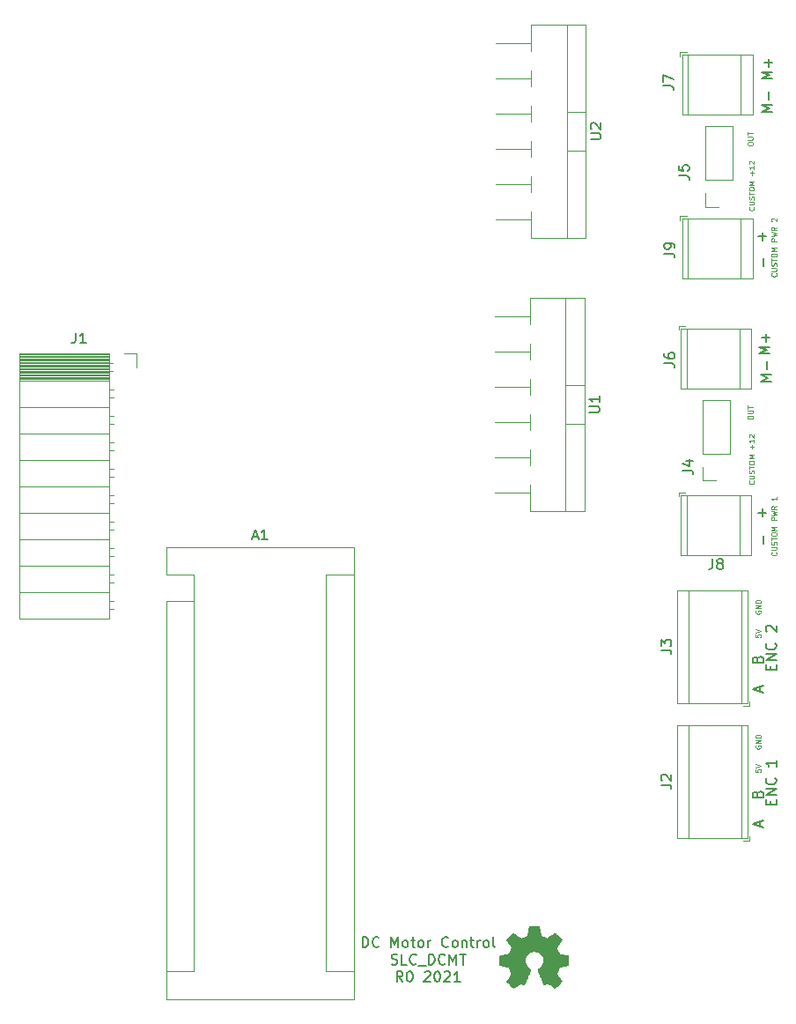
<source format=gbr>
%TF.GenerationSoftware,KiCad,Pcbnew,5.1.10-1.fc34*%
%TF.CreationDate,2021-06-08T11:51:25-04:00*%
%TF.ProjectId,BREAD_Slice,42524541-445f-4536-9c69-63652e6b6963,rev?*%
%TF.SameCoordinates,Original*%
%TF.FileFunction,Legend,Top*%
%TF.FilePolarity,Positive*%
%FSLAX46Y46*%
G04 Gerber Fmt 4.6, Leading zero omitted, Abs format (unit mm)*
G04 Created by KiCad (PCBNEW 5.1.10-1.fc34) date 2021-06-08 11:51:25*
%MOMM*%
%LPD*%
G01*
G04 APERTURE LIST*
%ADD10C,0.125000*%
%ADD11C,0.150000*%
%ADD12C,0.120000*%
%ADD13C,0.010000*%
G04 APERTURE END LIST*
D10*
X190295000Y-102207952D02*
X190271190Y-102255571D01*
X190271190Y-102327000D01*
X190295000Y-102398428D01*
X190342619Y-102446047D01*
X190390238Y-102469857D01*
X190485476Y-102493666D01*
X190556904Y-102493666D01*
X190652142Y-102469857D01*
X190699761Y-102446047D01*
X190747380Y-102398428D01*
X190771190Y-102327000D01*
X190771190Y-102279380D01*
X190747380Y-102207952D01*
X190723571Y-102184142D01*
X190556904Y-102184142D01*
X190556904Y-102279380D01*
X190771190Y-101969857D02*
X190271190Y-101969857D01*
X190771190Y-101684142D01*
X190271190Y-101684142D01*
X190771190Y-101446047D02*
X190271190Y-101446047D01*
X190271190Y-101327000D01*
X190295000Y-101255571D01*
X190342619Y-101207952D01*
X190390238Y-101184142D01*
X190485476Y-101160333D01*
X190556904Y-101160333D01*
X190652142Y-101184142D01*
X190699761Y-101207952D01*
X190747380Y-101255571D01*
X190771190Y-101327000D01*
X190771190Y-101446047D01*
D11*
X190711666Y-109939095D02*
X190711666Y-109462904D01*
X190997380Y-110034333D02*
X189997380Y-109701000D01*
X190997380Y-109367666D01*
X190473571Y-106835571D02*
X190521190Y-106692714D01*
X190568809Y-106645095D01*
X190664047Y-106597476D01*
X190806904Y-106597476D01*
X190902142Y-106645095D01*
X190949761Y-106692714D01*
X190997380Y-106787952D01*
X190997380Y-107168904D01*
X189997380Y-107168904D01*
X189997380Y-106835571D01*
X190045000Y-106740333D01*
X190092619Y-106692714D01*
X190187857Y-106645095D01*
X190283095Y-106645095D01*
X190378333Y-106692714D01*
X190425952Y-106740333D01*
X190473571Y-106835571D01*
X190473571Y-107168904D01*
D10*
X190271190Y-104462238D02*
X190271190Y-104700333D01*
X190509285Y-104724142D01*
X190485476Y-104700333D01*
X190461666Y-104652714D01*
X190461666Y-104533666D01*
X190485476Y-104486047D01*
X190509285Y-104462238D01*
X190556904Y-104438428D01*
X190675952Y-104438428D01*
X190723571Y-104462238D01*
X190747380Y-104486047D01*
X190771190Y-104533666D01*
X190771190Y-104652714D01*
X190747380Y-104700333D01*
X190723571Y-104724142D01*
X190271190Y-104295571D02*
X190771190Y-104128904D01*
X190271190Y-103962238D01*
X190295000Y-115161952D02*
X190271190Y-115209571D01*
X190271190Y-115281000D01*
X190295000Y-115352428D01*
X190342619Y-115400047D01*
X190390238Y-115423857D01*
X190485476Y-115447666D01*
X190556904Y-115447666D01*
X190652142Y-115423857D01*
X190699761Y-115400047D01*
X190747380Y-115352428D01*
X190771190Y-115281000D01*
X190771190Y-115233380D01*
X190747380Y-115161952D01*
X190723571Y-115138142D01*
X190556904Y-115138142D01*
X190556904Y-115233380D01*
X190771190Y-114923857D02*
X190271190Y-114923857D01*
X190771190Y-114638142D01*
X190271190Y-114638142D01*
X190771190Y-114400047D02*
X190271190Y-114400047D01*
X190271190Y-114281000D01*
X190295000Y-114209571D01*
X190342619Y-114161952D01*
X190390238Y-114138142D01*
X190485476Y-114114333D01*
X190556904Y-114114333D01*
X190652142Y-114138142D01*
X190699761Y-114161952D01*
X190747380Y-114209571D01*
X190771190Y-114281000D01*
X190771190Y-114400047D01*
X190271190Y-117416238D02*
X190271190Y-117654333D01*
X190509285Y-117678142D01*
X190485476Y-117654333D01*
X190461666Y-117606714D01*
X190461666Y-117487666D01*
X190485476Y-117440047D01*
X190509285Y-117416238D01*
X190556904Y-117392428D01*
X190675952Y-117392428D01*
X190723571Y-117416238D01*
X190747380Y-117440047D01*
X190771190Y-117487666D01*
X190771190Y-117606714D01*
X190747380Y-117654333D01*
X190723571Y-117678142D01*
X190271190Y-117249571D02*
X190771190Y-117082904D01*
X190271190Y-116916238D01*
D11*
X190473571Y-119789571D02*
X190521190Y-119646714D01*
X190568809Y-119599095D01*
X190664047Y-119551476D01*
X190806904Y-119551476D01*
X190902142Y-119599095D01*
X190949761Y-119646714D01*
X190997380Y-119741952D01*
X190997380Y-120122904D01*
X189997380Y-120122904D01*
X189997380Y-119789571D01*
X190045000Y-119694333D01*
X190092619Y-119646714D01*
X190187857Y-119599095D01*
X190283095Y-119599095D01*
X190378333Y-119646714D01*
X190425952Y-119694333D01*
X190473571Y-119789571D01*
X190473571Y-120122904D01*
X190711666Y-122893095D02*
X190711666Y-122416904D01*
X190997380Y-122988333D02*
X189997380Y-122655000D01*
X190997380Y-122321666D01*
X191886380Y-54265380D02*
X190886380Y-54265380D01*
X191600666Y-53932047D01*
X190886380Y-53598714D01*
X191886380Y-53598714D01*
X191505428Y-53122523D02*
X191505428Y-52360619D01*
X191886380Y-51090380D02*
X190886380Y-51090380D01*
X191600666Y-50757047D01*
X190886380Y-50423714D01*
X191886380Y-50423714D01*
X191505428Y-49947523D02*
X191505428Y-49185619D01*
X191886380Y-49566571D02*
X191124476Y-49566571D01*
D10*
X189509190Y-57369000D02*
X189509190Y-57273761D01*
X189533000Y-57226142D01*
X189580619Y-57178523D01*
X189675857Y-57154714D01*
X189842523Y-57154714D01*
X189937761Y-57178523D01*
X189985380Y-57226142D01*
X190009190Y-57273761D01*
X190009190Y-57369000D01*
X189985380Y-57416619D01*
X189937761Y-57464238D01*
X189842523Y-57488047D01*
X189675857Y-57488047D01*
X189580619Y-57464238D01*
X189533000Y-57416619D01*
X189509190Y-57369000D01*
X189509190Y-56940428D02*
X189913952Y-56940428D01*
X189961571Y-56916619D01*
X189985380Y-56892809D01*
X190009190Y-56845190D01*
X190009190Y-56749952D01*
X189985380Y-56702333D01*
X189961571Y-56678523D01*
X189913952Y-56654714D01*
X189509190Y-56654714D01*
X189509190Y-56488047D02*
X189509190Y-56202333D01*
X190009190Y-56345190D02*
X189509190Y-56345190D01*
X189945714Y-60329666D02*
X189945714Y-59948714D01*
X190136190Y-60139190D02*
X189755238Y-60139190D01*
X190136190Y-59448714D02*
X190136190Y-59734428D01*
X190136190Y-59591571D02*
X189636190Y-59591571D01*
X189707619Y-59639190D01*
X189755238Y-59686809D01*
X189779047Y-59734428D01*
X189683809Y-59258238D02*
X189660000Y-59234428D01*
X189636190Y-59186809D01*
X189636190Y-59067761D01*
X189660000Y-59020142D01*
X189683809Y-58996333D01*
X189731428Y-58972523D01*
X189779047Y-58972523D01*
X189850476Y-58996333D01*
X190136190Y-59282047D01*
X190136190Y-58972523D01*
X190088571Y-63413333D02*
X190112380Y-63437142D01*
X190136190Y-63508571D01*
X190136190Y-63556190D01*
X190112380Y-63627619D01*
X190064761Y-63675238D01*
X190017142Y-63699047D01*
X189921904Y-63722857D01*
X189850476Y-63722857D01*
X189755238Y-63699047D01*
X189707619Y-63675238D01*
X189660000Y-63627619D01*
X189636190Y-63556190D01*
X189636190Y-63508571D01*
X189660000Y-63437142D01*
X189683809Y-63413333D01*
X189636190Y-63199047D02*
X190040952Y-63199047D01*
X190088571Y-63175238D01*
X190112380Y-63151428D01*
X190136190Y-63103809D01*
X190136190Y-63008571D01*
X190112380Y-62960952D01*
X190088571Y-62937142D01*
X190040952Y-62913333D01*
X189636190Y-62913333D01*
X190112380Y-62699047D02*
X190136190Y-62627619D01*
X190136190Y-62508571D01*
X190112380Y-62460952D01*
X190088571Y-62437142D01*
X190040952Y-62413333D01*
X189993333Y-62413333D01*
X189945714Y-62437142D01*
X189921904Y-62460952D01*
X189898095Y-62508571D01*
X189874285Y-62603809D01*
X189850476Y-62651428D01*
X189826666Y-62675238D01*
X189779047Y-62699047D01*
X189731428Y-62699047D01*
X189683809Y-62675238D01*
X189660000Y-62651428D01*
X189636190Y-62603809D01*
X189636190Y-62484761D01*
X189660000Y-62413333D01*
X189636190Y-62270476D02*
X189636190Y-61984761D01*
X190136190Y-62127619D02*
X189636190Y-62127619D01*
X189636190Y-61722857D02*
X189636190Y-61627619D01*
X189660000Y-61580000D01*
X189707619Y-61532380D01*
X189802857Y-61508571D01*
X189969523Y-61508571D01*
X190064761Y-61532380D01*
X190112380Y-61580000D01*
X190136190Y-61627619D01*
X190136190Y-61722857D01*
X190112380Y-61770476D01*
X190064761Y-61818095D01*
X189969523Y-61841904D01*
X189802857Y-61841904D01*
X189707619Y-61818095D01*
X189660000Y-61770476D01*
X189636190Y-61722857D01*
X190136190Y-61294285D02*
X189636190Y-61294285D01*
X189993333Y-61127619D01*
X189636190Y-60960952D01*
X190136190Y-60960952D01*
D11*
X190997428Y-69060952D02*
X190997428Y-68299047D01*
X190545047Y-66211428D02*
X191306952Y-66211428D01*
X190926000Y-66592380D02*
X190926000Y-65830476D01*
D10*
X192247571Y-69771095D02*
X192271380Y-69794904D01*
X192295190Y-69866333D01*
X192295190Y-69913952D01*
X192271380Y-69985380D01*
X192223761Y-70033000D01*
X192176142Y-70056809D01*
X192080904Y-70080619D01*
X192009476Y-70080619D01*
X191914238Y-70056809D01*
X191866619Y-70033000D01*
X191819000Y-69985380D01*
X191795190Y-69913952D01*
X191795190Y-69866333D01*
X191819000Y-69794904D01*
X191842809Y-69771095D01*
X191795190Y-69556809D02*
X192199952Y-69556809D01*
X192247571Y-69533000D01*
X192271380Y-69509190D01*
X192295190Y-69461571D01*
X192295190Y-69366333D01*
X192271380Y-69318714D01*
X192247571Y-69294904D01*
X192199952Y-69271095D01*
X191795190Y-69271095D01*
X192271380Y-69056809D02*
X192295190Y-68985380D01*
X192295190Y-68866333D01*
X192271380Y-68818714D01*
X192247571Y-68794904D01*
X192199952Y-68771095D01*
X192152333Y-68771095D01*
X192104714Y-68794904D01*
X192080904Y-68818714D01*
X192057095Y-68866333D01*
X192033285Y-68961571D01*
X192009476Y-69009190D01*
X191985666Y-69033000D01*
X191938047Y-69056809D01*
X191890428Y-69056809D01*
X191842809Y-69033000D01*
X191819000Y-69009190D01*
X191795190Y-68961571D01*
X191795190Y-68842523D01*
X191819000Y-68771095D01*
X191795190Y-68628238D02*
X191795190Y-68342523D01*
X192295190Y-68485380D02*
X191795190Y-68485380D01*
X191795190Y-68080619D02*
X191795190Y-67985380D01*
X191819000Y-67937761D01*
X191866619Y-67890142D01*
X191961857Y-67866333D01*
X192128523Y-67866333D01*
X192223761Y-67890142D01*
X192271380Y-67937761D01*
X192295190Y-67985380D01*
X192295190Y-68080619D01*
X192271380Y-68128238D01*
X192223761Y-68175857D01*
X192128523Y-68199666D01*
X191961857Y-68199666D01*
X191866619Y-68175857D01*
X191819000Y-68128238D01*
X191795190Y-68080619D01*
X192295190Y-67652047D02*
X191795190Y-67652047D01*
X192152333Y-67485380D01*
X191795190Y-67318714D01*
X192295190Y-67318714D01*
X192295190Y-66699666D02*
X191795190Y-66699666D01*
X191795190Y-66509190D01*
X191819000Y-66461571D01*
X191842809Y-66437761D01*
X191890428Y-66413952D01*
X191961857Y-66413952D01*
X192009476Y-66437761D01*
X192033285Y-66461571D01*
X192057095Y-66509190D01*
X192057095Y-66699666D01*
X191795190Y-66247285D02*
X192295190Y-66128238D01*
X191938047Y-66033000D01*
X192295190Y-65937761D01*
X191795190Y-65818714D01*
X192295190Y-65342523D02*
X192057095Y-65509190D01*
X192295190Y-65628238D02*
X191795190Y-65628238D01*
X191795190Y-65437761D01*
X191819000Y-65390142D01*
X191842809Y-65366333D01*
X191890428Y-65342523D01*
X191961857Y-65342523D01*
X192009476Y-65366333D01*
X192033285Y-65390142D01*
X192057095Y-65437761D01*
X192057095Y-65628238D01*
X191842809Y-64771095D02*
X191819000Y-64747285D01*
X191795190Y-64699666D01*
X191795190Y-64580619D01*
X191819000Y-64533000D01*
X191842809Y-64509190D01*
X191890428Y-64485380D01*
X191938047Y-64485380D01*
X192009476Y-64509190D01*
X192295190Y-64794904D01*
X192295190Y-64485380D01*
D11*
X191759380Y-80173380D02*
X190759380Y-80173380D01*
X191473666Y-79840047D01*
X190759380Y-79506714D01*
X191759380Y-79506714D01*
X191378428Y-79030523D02*
X191378428Y-78268619D01*
X191632380Y-77506380D02*
X190632380Y-77506380D01*
X191346666Y-77173047D01*
X190632380Y-76839714D01*
X191632380Y-76839714D01*
X191251428Y-76363523D02*
X191251428Y-75601619D01*
X191632380Y-75982571D02*
X190870476Y-75982571D01*
D10*
X189509190Y-83658000D02*
X189509190Y-83562761D01*
X189533000Y-83515142D01*
X189580619Y-83467523D01*
X189675857Y-83443714D01*
X189842523Y-83443714D01*
X189937761Y-83467523D01*
X189985380Y-83515142D01*
X190009190Y-83562761D01*
X190009190Y-83658000D01*
X189985380Y-83705619D01*
X189937761Y-83753238D01*
X189842523Y-83777047D01*
X189675857Y-83777047D01*
X189580619Y-83753238D01*
X189533000Y-83705619D01*
X189509190Y-83658000D01*
X189509190Y-83229428D02*
X189913952Y-83229428D01*
X189961571Y-83205619D01*
X189985380Y-83181809D01*
X190009190Y-83134190D01*
X190009190Y-83038952D01*
X189985380Y-82991333D01*
X189961571Y-82967523D01*
X189913952Y-82943714D01*
X189509190Y-82943714D01*
X189509190Y-82777047D02*
X189509190Y-82491333D01*
X190009190Y-82634190D02*
X189509190Y-82634190D01*
X189945714Y-86618666D02*
X189945714Y-86237714D01*
X190136190Y-86428190D02*
X189755238Y-86428190D01*
X190136190Y-85737714D02*
X190136190Y-86023428D01*
X190136190Y-85880571D02*
X189636190Y-85880571D01*
X189707619Y-85928190D01*
X189755238Y-85975809D01*
X189779047Y-86023428D01*
X189683809Y-85547238D02*
X189660000Y-85523428D01*
X189636190Y-85475809D01*
X189636190Y-85356761D01*
X189660000Y-85309142D01*
X189683809Y-85285333D01*
X189731428Y-85261523D01*
X189779047Y-85261523D01*
X189850476Y-85285333D01*
X190136190Y-85571047D01*
X190136190Y-85261523D01*
X190088571Y-89702333D02*
X190112380Y-89726142D01*
X190136190Y-89797571D01*
X190136190Y-89845190D01*
X190112380Y-89916619D01*
X190064761Y-89964238D01*
X190017142Y-89988047D01*
X189921904Y-90011857D01*
X189850476Y-90011857D01*
X189755238Y-89988047D01*
X189707619Y-89964238D01*
X189660000Y-89916619D01*
X189636190Y-89845190D01*
X189636190Y-89797571D01*
X189660000Y-89726142D01*
X189683809Y-89702333D01*
X189636190Y-89488047D02*
X190040952Y-89488047D01*
X190088571Y-89464238D01*
X190112380Y-89440428D01*
X190136190Y-89392809D01*
X190136190Y-89297571D01*
X190112380Y-89249952D01*
X190088571Y-89226142D01*
X190040952Y-89202333D01*
X189636190Y-89202333D01*
X190112380Y-88988047D02*
X190136190Y-88916619D01*
X190136190Y-88797571D01*
X190112380Y-88749952D01*
X190088571Y-88726142D01*
X190040952Y-88702333D01*
X189993333Y-88702333D01*
X189945714Y-88726142D01*
X189921904Y-88749952D01*
X189898095Y-88797571D01*
X189874285Y-88892809D01*
X189850476Y-88940428D01*
X189826666Y-88964238D01*
X189779047Y-88988047D01*
X189731428Y-88988047D01*
X189683809Y-88964238D01*
X189660000Y-88940428D01*
X189636190Y-88892809D01*
X189636190Y-88773761D01*
X189660000Y-88702333D01*
X189636190Y-88559476D02*
X189636190Y-88273761D01*
X190136190Y-88416619D02*
X189636190Y-88416619D01*
X189636190Y-88011857D02*
X189636190Y-87916619D01*
X189660000Y-87869000D01*
X189707619Y-87821380D01*
X189802857Y-87797571D01*
X189969523Y-87797571D01*
X190064761Y-87821380D01*
X190112380Y-87869000D01*
X190136190Y-87916619D01*
X190136190Y-88011857D01*
X190112380Y-88059476D01*
X190064761Y-88107095D01*
X189969523Y-88130904D01*
X189802857Y-88130904D01*
X189707619Y-88107095D01*
X189660000Y-88059476D01*
X189636190Y-88011857D01*
X190136190Y-87583285D02*
X189636190Y-87583285D01*
X189993333Y-87416619D01*
X189636190Y-87249952D01*
X190136190Y-87249952D01*
D11*
X190997428Y-95730952D02*
X190997428Y-94969047D01*
X190545047Y-92754428D02*
X191306952Y-92754428D01*
X190926000Y-93135380D02*
X190926000Y-92373476D01*
D10*
X192247571Y-96568095D02*
X192271380Y-96591904D01*
X192295190Y-96663333D01*
X192295190Y-96710952D01*
X192271380Y-96782380D01*
X192223761Y-96830000D01*
X192176142Y-96853809D01*
X192080904Y-96877619D01*
X192009476Y-96877619D01*
X191914238Y-96853809D01*
X191866619Y-96830000D01*
X191819000Y-96782380D01*
X191795190Y-96710952D01*
X191795190Y-96663333D01*
X191819000Y-96591904D01*
X191842809Y-96568095D01*
X191795190Y-96353809D02*
X192199952Y-96353809D01*
X192247571Y-96330000D01*
X192271380Y-96306190D01*
X192295190Y-96258571D01*
X192295190Y-96163333D01*
X192271380Y-96115714D01*
X192247571Y-96091904D01*
X192199952Y-96068095D01*
X191795190Y-96068095D01*
X192271380Y-95853809D02*
X192295190Y-95782380D01*
X192295190Y-95663333D01*
X192271380Y-95615714D01*
X192247571Y-95591904D01*
X192199952Y-95568095D01*
X192152333Y-95568095D01*
X192104714Y-95591904D01*
X192080904Y-95615714D01*
X192057095Y-95663333D01*
X192033285Y-95758571D01*
X192009476Y-95806190D01*
X191985666Y-95830000D01*
X191938047Y-95853809D01*
X191890428Y-95853809D01*
X191842809Y-95830000D01*
X191819000Y-95806190D01*
X191795190Y-95758571D01*
X191795190Y-95639523D01*
X191819000Y-95568095D01*
X191795190Y-95425238D02*
X191795190Y-95139523D01*
X192295190Y-95282380D02*
X191795190Y-95282380D01*
X191795190Y-94877619D02*
X191795190Y-94782380D01*
X191819000Y-94734761D01*
X191866619Y-94687142D01*
X191961857Y-94663333D01*
X192128523Y-94663333D01*
X192223761Y-94687142D01*
X192271380Y-94734761D01*
X192295190Y-94782380D01*
X192295190Y-94877619D01*
X192271380Y-94925238D01*
X192223761Y-94972857D01*
X192128523Y-94996666D01*
X191961857Y-94996666D01*
X191866619Y-94972857D01*
X191819000Y-94925238D01*
X191795190Y-94877619D01*
X192295190Y-94449047D02*
X191795190Y-94449047D01*
X192152333Y-94282380D01*
X191795190Y-94115714D01*
X192295190Y-94115714D01*
X192295190Y-93496666D02*
X191795190Y-93496666D01*
X191795190Y-93306190D01*
X191819000Y-93258571D01*
X191842809Y-93234761D01*
X191890428Y-93210952D01*
X191961857Y-93210952D01*
X192009476Y-93234761D01*
X192033285Y-93258571D01*
X192057095Y-93306190D01*
X192057095Y-93496666D01*
X191795190Y-93044285D02*
X192295190Y-92925238D01*
X191938047Y-92830000D01*
X192295190Y-92734761D01*
X191795190Y-92615714D01*
X192295190Y-92139523D02*
X192057095Y-92306190D01*
X192295190Y-92425238D02*
X191795190Y-92425238D01*
X191795190Y-92234761D01*
X191819000Y-92187142D01*
X191842809Y-92163333D01*
X191890428Y-92139523D01*
X191961857Y-92139523D01*
X192009476Y-92163333D01*
X192033285Y-92187142D01*
X192057095Y-92234761D01*
X192057095Y-92425238D01*
X192295190Y-91282380D02*
X192295190Y-91568095D01*
X192295190Y-91425238D02*
X191795190Y-91425238D01*
X191866619Y-91472857D01*
X191914238Y-91520476D01*
X191938047Y-91568095D01*
D11*
X191743571Y-107859238D02*
X191743571Y-107525904D01*
X192267380Y-107383047D02*
X192267380Y-107859238D01*
X191267380Y-107859238D01*
X191267380Y-107383047D01*
X192267380Y-106954476D02*
X191267380Y-106954476D01*
X192267380Y-106383047D01*
X191267380Y-106383047D01*
X192172142Y-105335428D02*
X192219761Y-105383047D01*
X192267380Y-105525904D01*
X192267380Y-105621142D01*
X192219761Y-105764000D01*
X192124523Y-105859238D01*
X192029285Y-105906857D01*
X191838809Y-105954476D01*
X191695952Y-105954476D01*
X191505476Y-105906857D01*
X191410238Y-105859238D01*
X191315000Y-105764000D01*
X191267380Y-105621142D01*
X191267380Y-105525904D01*
X191315000Y-105383047D01*
X191362619Y-105335428D01*
X191362619Y-104192571D02*
X191315000Y-104144952D01*
X191267380Y-104049714D01*
X191267380Y-103811619D01*
X191315000Y-103716380D01*
X191362619Y-103668761D01*
X191457857Y-103621142D01*
X191553095Y-103621142D01*
X191695952Y-103668761D01*
X192267380Y-104240190D01*
X192267380Y-103621142D01*
X191743571Y-120813238D02*
X191743571Y-120479904D01*
X192267380Y-120337047D02*
X192267380Y-120813238D01*
X191267380Y-120813238D01*
X191267380Y-120337047D01*
X192267380Y-119908476D02*
X191267380Y-119908476D01*
X192267380Y-119337047D01*
X191267380Y-119337047D01*
X192172142Y-118289428D02*
X192219761Y-118337047D01*
X192267380Y-118479904D01*
X192267380Y-118575142D01*
X192219761Y-118718000D01*
X192124523Y-118813238D01*
X192029285Y-118860857D01*
X191838809Y-118908476D01*
X191695952Y-118908476D01*
X191505476Y-118860857D01*
X191410238Y-118813238D01*
X191315000Y-118718000D01*
X191267380Y-118575142D01*
X191267380Y-118479904D01*
X191315000Y-118337047D01*
X191362619Y-118289428D01*
X192267380Y-116575142D02*
X192267380Y-117146571D01*
X192267380Y-116860857D02*
X191267380Y-116860857D01*
X191410238Y-116956095D01*
X191505476Y-117051333D01*
X191553095Y-117146571D01*
X152485476Y-134538380D02*
X152485476Y-133538380D01*
X152723571Y-133538380D01*
X152866428Y-133586000D01*
X152961666Y-133681238D01*
X153009285Y-133776476D01*
X153056904Y-133966952D01*
X153056904Y-134109809D01*
X153009285Y-134300285D01*
X152961666Y-134395523D01*
X152866428Y-134490761D01*
X152723571Y-134538380D01*
X152485476Y-134538380D01*
X154056904Y-134443142D02*
X154009285Y-134490761D01*
X153866428Y-134538380D01*
X153771190Y-134538380D01*
X153628333Y-134490761D01*
X153533095Y-134395523D01*
X153485476Y-134300285D01*
X153437857Y-134109809D01*
X153437857Y-133966952D01*
X153485476Y-133776476D01*
X153533095Y-133681238D01*
X153628333Y-133586000D01*
X153771190Y-133538380D01*
X153866428Y-133538380D01*
X154009285Y-133586000D01*
X154056904Y-133633619D01*
X155247380Y-134538380D02*
X155247380Y-133538380D01*
X155580714Y-134252666D01*
X155914047Y-133538380D01*
X155914047Y-134538380D01*
X156533095Y-134538380D02*
X156437857Y-134490761D01*
X156390238Y-134443142D01*
X156342619Y-134347904D01*
X156342619Y-134062190D01*
X156390238Y-133966952D01*
X156437857Y-133919333D01*
X156533095Y-133871714D01*
X156675952Y-133871714D01*
X156771190Y-133919333D01*
X156818809Y-133966952D01*
X156866428Y-134062190D01*
X156866428Y-134347904D01*
X156818809Y-134443142D01*
X156771190Y-134490761D01*
X156675952Y-134538380D01*
X156533095Y-134538380D01*
X157152142Y-133871714D02*
X157533095Y-133871714D01*
X157295000Y-133538380D02*
X157295000Y-134395523D01*
X157342619Y-134490761D01*
X157437857Y-134538380D01*
X157533095Y-134538380D01*
X158009285Y-134538380D02*
X157914047Y-134490761D01*
X157866428Y-134443142D01*
X157818809Y-134347904D01*
X157818809Y-134062190D01*
X157866428Y-133966952D01*
X157914047Y-133919333D01*
X158009285Y-133871714D01*
X158152142Y-133871714D01*
X158247380Y-133919333D01*
X158295000Y-133966952D01*
X158342619Y-134062190D01*
X158342619Y-134347904D01*
X158295000Y-134443142D01*
X158247380Y-134490761D01*
X158152142Y-134538380D01*
X158009285Y-134538380D01*
X158771190Y-134538380D02*
X158771190Y-133871714D01*
X158771190Y-134062190D02*
X158818809Y-133966952D01*
X158866428Y-133919333D01*
X158961666Y-133871714D01*
X159056904Y-133871714D01*
X160723571Y-134443142D02*
X160675952Y-134490761D01*
X160533095Y-134538380D01*
X160437857Y-134538380D01*
X160295000Y-134490761D01*
X160199761Y-134395523D01*
X160152142Y-134300285D01*
X160104523Y-134109809D01*
X160104523Y-133966952D01*
X160152142Y-133776476D01*
X160199761Y-133681238D01*
X160295000Y-133586000D01*
X160437857Y-133538380D01*
X160533095Y-133538380D01*
X160675952Y-133586000D01*
X160723571Y-133633619D01*
X161295000Y-134538380D02*
X161199761Y-134490761D01*
X161152142Y-134443142D01*
X161104523Y-134347904D01*
X161104523Y-134062190D01*
X161152142Y-133966952D01*
X161199761Y-133919333D01*
X161295000Y-133871714D01*
X161437857Y-133871714D01*
X161533095Y-133919333D01*
X161580714Y-133966952D01*
X161628333Y-134062190D01*
X161628333Y-134347904D01*
X161580714Y-134443142D01*
X161533095Y-134490761D01*
X161437857Y-134538380D01*
X161295000Y-134538380D01*
X162056904Y-133871714D02*
X162056904Y-134538380D01*
X162056904Y-133966952D02*
X162104523Y-133919333D01*
X162199761Y-133871714D01*
X162342619Y-133871714D01*
X162437857Y-133919333D01*
X162485476Y-134014571D01*
X162485476Y-134538380D01*
X162818809Y-133871714D02*
X163199761Y-133871714D01*
X162961666Y-133538380D02*
X162961666Y-134395523D01*
X163009285Y-134490761D01*
X163104523Y-134538380D01*
X163199761Y-134538380D01*
X163533095Y-134538380D02*
X163533095Y-133871714D01*
X163533095Y-134062190D02*
X163580714Y-133966952D01*
X163628333Y-133919333D01*
X163723571Y-133871714D01*
X163818809Y-133871714D01*
X164295000Y-134538380D02*
X164199761Y-134490761D01*
X164152142Y-134443142D01*
X164104523Y-134347904D01*
X164104523Y-134062190D01*
X164152142Y-133966952D01*
X164199761Y-133919333D01*
X164295000Y-133871714D01*
X164437857Y-133871714D01*
X164533095Y-133919333D01*
X164580714Y-133966952D01*
X164628333Y-134062190D01*
X164628333Y-134347904D01*
X164580714Y-134443142D01*
X164533095Y-134490761D01*
X164437857Y-134538380D01*
X164295000Y-134538380D01*
X165199761Y-134538380D02*
X165104523Y-134490761D01*
X165056904Y-134395523D01*
X165056904Y-133538380D01*
X155271190Y-136140761D02*
X155414047Y-136188380D01*
X155652142Y-136188380D01*
X155747380Y-136140761D01*
X155795000Y-136093142D01*
X155842619Y-135997904D01*
X155842619Y-135902666D01*
X155795000Y-135807428D01*
X155747380Y-135759809D01*
X155652142Y-135712190D01*
X155461666Y-135664571D01*
X155366428Y-135616952D01*
X155318809Y-135569333D01*
X155271190Y-135474095D01*
X155271190Y-135378857D01*
X155318809Y-135283619D01*
X155366428Y-135236000D01*
X155461666Y-135188380D01*
X155699761Y-135188380D01*
X155842619Y-135236000D01*
X156747380Y-136188380D02*
X156271190Y-136188380D01*
X156271190Y-135188380D01*
X157652142Y-136093142D02*
X157604523Y-136140761D01*
X157461666Y-136188380D01*
X157366428Y-136188380D01*
X157223571Y-136140761D01*
X157128333Y-136045523D01*
X157080714Y-135950285D01*
X157033095Y-135759809D01*
X157033095Y-135616952D01*
X157080714Y-135426476D01*
X157128333Y-135331238D01*
X157223571Y-135236000D01*
X157366428Y-135188380D01*
X157461666Y-135188380D01*
X157604523Y-135236000D01*
X157652142Y-135283619D01*
X157842619Y-136283619D02*
X158604523Y-136283619D01*
X158842619Y-136188380D02*
X158842619Y-135188380D01*
X159080714Y-135188380D01*
X159223571Y-135236000D01*
X159318809Y-135331238D01*
X159366428Y-135426476D01*
X159414047Y-135616952D01*
X159414047Y-135759809D01*
X159366428Y-135950285D01*
X159318809Y-136045523D01*
X159223571Y-136140761D01*
X159080714Y-136188380D01*
X158842619Y-136188380D01*
X160414047Y-136093142D02*
X160366428Y-136140761D01*
X160223571Y-136188380D01*
X160128333Y-136188380D01*
X159985476Y-136140761D01*
X159890238Y-136045523D01*
X159842619Y-135950285D01*
X159795000Y-135759809D01*
X159795000Y-135616952D01*
X159842619Y-135426476D01*
X159890238Y-135331238D01*
X159985476Y-135236000D01*
X160128333Y-135188380D01*
X160223571Y-135188380D01*
X160366428Y-135236000D01*
X160414047Y-135283619D01*
X160842619Y-136188380D02*
X160842619Y-135188380D01*
X161175952Y-135902666D01*
X161509285Y-135188380D01*
X161509285Y-136188380D01*
X161842619Y-135188380D02*
X162414047Y-135188380D01*
X162128333Y-136188380D02*
X162128333Y-135188380D01*
X156342619Y-137838380D02*
X156009285Y-137362190D01*
X155771190Y-137838380D02*
X155771190Y-136838380D01*
X156152142Y-136838380D01*
X156247380Y-136886000D01*
X156295000Y-136933619D01*
X156342619Y-137028857D01*
X156342619Y-137171714D01*
X156295000Y-137266952D01*
X156247380Y-137314571D01*
X156152142Y-137362190D01*
X155771190Y-137362190D01*
X156961666Y-136838380D02*
X157056904Y-136838380D01*
X157152142Y-136886000D01*
X157199761Y-136933619D01*
X157247380Y-137028857D01*
X157295000Y-137219333D01*
X157295000Y-137457428D01*
X157247380Y-137647904D01*
X157199761Y-137743142D01*
X157152142Y-137790761D01*
X157056904Y-137838380D01*
X156961666Y-137838380D01*
X156866428Y-137790761D01*
X156818809Y-137743142D01*
X156771190Y-137647904D01*
X156723571Y-137457428D01*
X156723571Y-137219333D01*
X156771190Y-137028857D01*
X156818809Y-136933619D01*
X156866428Y-136886000D01*
X156961666Y-136838380D01*
X158437857Y-136933619D02*
X158485476Y-136886000D01*
X158580714Y-136838380D01*
X158818809Y-136838380D01*
X158914047Y-136886000D01*
X158961666Y-136933619D01*
X159009285Y-137028857D01*
X159009285Y-137124095D01*
X158961666Y-137266952D01*
X158390238Y-137838380D01*
X159009285Y-137838380D01*
X159628333Y-136838380D02*
X159723571Y-136838380D01*
X159818809Y-136886000D01*
X159866428Y-136933619D01*
X159914047Y-137028857D01*
X159961666Y-137219333D01*
X159961666Y-137457428D01*
X159914047Y-137647904D01*
X159866428Y-137743142D01*
X159818809Y-137790761D01*
X159723571Y-137838380D01*
X159628333Y-137838380D01*
X159533095Y-137790761D01*
X159485476Y-137743142D01*
X159437857Y-137647904D01*
X159390238Y-137457428D01*
X159390238Y-137219333D01*
X159437857Y-137028857D01*
X159485476Y-136933619D01*
X159533095Y-136886000D01*
X159628333Y-136838380D01*
X160342619Y-136933619D02*
X160390238Y-136886000D01*
X160485476Y-136838380D01*
X160723571Y-136838380D01*
X160818809Y-136886000D01*
X160866428Y-136933619D01*
X160914047Y-137028857D01*
X160914047Y-137124095D01*
X160866428Y-137266952D01*
X160295000Y-137838380D01*
X160914047Y-137838380D01*
X161866428Y-137838380D02*
X161295000Y-137838380D01*
X161580714Y-137838380D02*
X161580714Y-136838380D01*
X161485476Y-136981238D01*
X161390238Y-137076476D01*
X161295000Y-137124095D01*
D12*
%TO.C,U2*%
X173956000Y-45916000D02*
X173956000Y-66356000D01*
X168715000Y-45916000D02*
X168715000Y-48412000D01*
X168715000Y-50261000D02*
X168715000Y-51812000D01*
X168715000Y-53661000D02*
X168715000Y-55212000D01*
X168715000Y-57061000D02*
X168715000Y-58612000D01*
X168715000Y-60461000D02*
X168715000Y-62012000D01*
X168715000Y-63861000D02*
X168715000Y-66356000D01*
X173956000Y-45916000D02*
X168715000Y-45916000D01*
X173956000Y-66356000D02*
X168715000Y-66356000D01*
X172116000Y-45916000D02*
X172116000Y-66356000D01*
X173956000Y-54286000D02*
X172116000Y-54286000D01*
X173956000Y-57986000D02*
X172116000Y-57986000D01*
X168715000Y-47636000D02*
X165306000Y-47636000D01*
X168715000Y-51036000D02*
X165321000Y-51036000D01*
X168715000Y-54436000D02*
X165321000Y-54436000D01*
X168715000Y-57836000D02*
X165321000Y-57836000D01*
X168715000Y-61236000D02*
X165321000Y-61236000D01*
X168715000Y-64636000D02*
X165321000Y-64636000D01*
%TO.C,A1*%
X151640000Y-96060000D02*
X133600000Y-96060000D01*
X151640000Y-139500000D02*
X151640000Y-96060000D01*
X133600000Y-139500000D02*
X151640000Y-139500000D01*
X136270000Y-136830000D02*
X133600000Y-136830000D01*
X136270000Y-101270000D02*
X136270000Y-136830000D01*
X136270000Y-101270000D02*
X133600000Y-101270000D01*
X148970000Y-136830000D02*
X151640000Y-136830000D01*
X148970000Y-98730000D02*
X148970000Y-136830000D01*
X148970000Y-98730000D02*
X151640000Y-98730000D01*
X133600000Y-96060000D02*
X133600000Y-98730000D01*
X133600000Y-101270000D02*
X133600000Y-139500000D01*
X136270000Y-98730000D02*
X133600000Y-98730000D01*
X136270000Y-101270000D02*
X136270000Y-98730000D01*
%TO.C,U1*%
X173829000Y-72167000D02*
X173829000Y-92607000D01*
X168588000Y-72167000D02*
X168588000Y-74663000D01*
X168588000Y-76512000D02*
X168588000Y-78063000D01*
X168588000Y-79912000D02*
X168588000Y-81463000D01*
X168588000Y-83312000D02*
X168588000Y-84863000D01*
X168588000Y-86712000D02*
X168588000Y-88263000D01*
X168588000Y-90112000D02*
X168588000Y-92607000D01*
X173829000Y-72167000D02*
X168588000Y-72167000D01*
X173829000Y-92607000D02*
X168588000Y-92607000D01*
X171989000Y-72167000D02*
X171989000Y-92607000D01*
X173829000Y-80537000D02*
X171989000Y-80537000D01*
X173829000Y-84237000D02*
X171989000Y-84237000D01*
X168588000Y-73887000D02*
X165179000Y-73887000D01*
X168588000Y-77287000D02*
X165194000Y-77287000D01*
X168588000Y-80687000D02*
X165194000Y-80687000D01*
X168588000Y-84087000D02*
X165194000Y-84087000D01*
X168588000Y-87487000D02*
X165194000Y-87487000D01*
X168588000Y-90887000D02*
X165194000Y-90887000D01*
%TO.C,J9*%
X183758000Y-64520000D02*
X183758000Y-70300000D01*
X188858000Y-64520000D02*
X188858000Y-70300000D01*
X189978000Y-64520000D02*
X189978000Y-70300000D01*
X183238000Y-64520000D02*
X183238000Y-70300000D01*
X189978000Y-64520000D02*
X183238000Y-64520000D01*
X189978000Y-70300000D02*
X183238000Y-70300000D01*
X183638000Y-64280000D02*
X182998000Y-64280000D01*
X182998000Y-64280000D02*
X182998000Y-64680000D01*
%TO.C,J8*%
X183631000Y-91063000D02*
X183631000Y-96843000D01*
X188731000Y-91063000D02*
X188731000Y-96843000D01*
X189851000Y-91063000D02*
X189851000Y-96843000D01*
X183111000Y-91063000D02*
X183111000Y-96843000D01*
X189851000Y-91063000D02*
X183111000Y-91063000D01*
X189851000Y-96843000D02*
X183111000Y-96843000D01*
X183511000Y-90823000D02*
X182871000Y-90823000D01*
X182871000Y-90823000D02*
X182871000Y-91223000D01*
%TO.C,J7*%
X183758000Y-48772000D02*
X183758000Y-54552000D01*
X188858000Y-48772000D02*
X188858000Y-54552000D01*
X189978000Y-48772000D02*
X189978000Y-54552000D01*
X183238000Y-48772000D02*
X183238000Y-54552000D01*
X189978000Y-48772000D02*
X183238000Y-48772000D01*
X189978000Y-54552000D02*
X183238000Y-54552000D01*
X183638000Y-48532000D02*
X182998000Y-48532000D01*
X182998000Y-48532000D02*
X182998000Y-48932000D01*
%TO.C,J6*%
X183631000Y-75061000D02*
X183631000Y-80841000D01*
X188731000Y-75061000D02*
X188731000Y-80841000D01*
X189851000Y-75061000D02*
X189851000Y-80841000D01*
X183111000Y-75061000D02*
X183111000Y-80841000D01*
X189851000Y-75061000D02*
X183111000Y-75061000D01*
X189851000Y-80841000D02*
X183111000Y-80841000D01*
X183511000Y-74821000D02*
X182871000Y-74821000D01*
X182871000Y-74821000D02*
X182871000Y-75221000D01*
%TO.C,J5*%
X188065000Y-60806000D02*
X185405000Y-60806000D01*
X188065000Y-60806000D02*
X188065000Y-55666000D01*
X188065000Y-55666000D02*
X185405000Y-55666000D01*
X185405000Y-60806000D02*
X185405000Y-55666000D01*
X185405000Y-63406000D02*
X185405000Y-62076000D01*
X186735000Y-63406000D02*
X185405000Y-63406000D01*
%TO.C,J4*%
X187811000Y-87095000D02*
X185151000Y-87095000D01*
X187811000Y-87095000D02*
X187811000Y-81955000D01*
X187811000Y-81955000D02*
X185151000Y-81955000D01*
X185151000Y-87095000D02*
X185151000Y-81955000D01*
X185151000Y-89695000D02*
X185151000Y-88365000D01*
X186481000Y-89695000D02*
X185151000Y-89695000D01*
%TO.C,J3*%
X188950000Y-111067000D02*
X188950000Y-100206000D01*
X183850000Y-111067000D02*
X183850000Y-100206000D01*
X182730000Y-111067000D02*
X182730000Y-100206000D01*
X189470000Y-111067000D02*
X189470000Y-100206000D01*
X182730000Y-111067000D02*
X189470000Y-111067000D01*
X182730000Y-100206000D02*
X189470000Y-100206000D01*
X189070000Y-111307000D02*
X189710000Y-111307000D01*
X189710000Y-111307000D02*
X189710000Y-110907000D01*
%TO.C,J2*%
X188950000Y-124021000D02*
X188950000Y-113160000D01*
X183850000Y-124021000D02*
X183850000Y-113160000D01*
X182730000Y-124021000D02*
X182730000Y-113160000D01*
X189470000Y-124021000D02*
X189470000Y-113160000D01*
X182730000Y-124021000D02*
X189470000Y-124021000D01*
X182730000Y-113160000D02*
X189470000Y-113160000D01*
X189070000Y-124261000D02*
X189710000Y-124261000D01*
X189710000Y-124261000D02*
X189710000Y-123861000D01*
D13*
%TO.C,Logo1*%
G36*
X169510814Y-132950931D02*
G01*
X169594635Y-133395555D01*
X169903920Y-133523053D01*
X170213206Y-133650551D01*
X170584246Y-133398246D01*
X170688157Y-133327996D01*
X170782087Y-133265272D01*
X170861652Y-133212938D01*
X170922470Y-133173857D01*
X170960157Y-133150893D01*
X170970421Y-133145942D01*
X170988910Y-133158676D01*
X171028420Y-133193882D01*
X171084522Y-133247062D01*
X171152787Y-133313718D01*
X171228786Y-133389354D01*
X171308092Y-133469472D01*
X171386275Y-133549574D01*
X171458907Y-133625164D01*
X171521559Y-133691745D01*
X171569803Y-133744818D01*
X171599210Y-133779887D01*
X171606241Y-133791623D01*
X171596123Y-133813260D01*
X171567759Y-133860662D01*
X171524129Y-133929193D01*
X171468218Y-134014215D01*
X171403006Y-134111093D01*
X171365219Y-134166350D01*
X171296343Y-134267248D01*
X171235140Y-134358299D01*
X171184578Y-134434970D01*
X171147628Y-134492728D01*
X171127258Y-134527043D01*
X171124197Y-134534254D01*
X171131136Y-134554748D01*
X171150051Y-134602513D01*
X171178087Y-134670832D01*
X171212391Y-134752989D01*
X171250109Y-134842270D01*
X171288387Y-134931958D01*
X171324370Y-135015338D01*
X171355206Y-135085694D01*
X171378039Y-135136310D01*
X171390017Y-135160471D01*
X171390724Y-135161422D01*
X171409531Y-135166036D01*
X171459618Y-135176328D01*
X171535793Y-135191287D01*
X171632865Y-135209901D01*
X171745643Y-135231159D01*
X171811442Y-135243418D01*
X171931950Y-135266362D01*
X172040797Y-135288195D01*
X172132476Y-135307722D01*
X172201481Y-135323748D01*
X172242304Y-135335079D01*
X172250511Y-135338674D01*
X172258548Y-135363006D01*
X172265033Y-135417959D01*
X172269970Y-135497108D01*
X172273364Y-135594026D01*
X172275218Y-135702287D01*
X172275538Y-135815465D01*
X172274327Y-135927135D01*
X172271590Y-136030868D01*
X172267331Y-136120241D01*
X172261555Y-136188826D01*
X172254267Y-136230197D01*
X172249895Y-136238810D01*
X172223764Y-136249133D01*
X172168393Y-136263892D01*
X172091107Y-136281352D01*
X171999230Y-136299780D01*
X171967158Y-136305741D01*
X171812524Y-136334066D01*
X171690375Y-136356876D01*
X171596673Y-136375080D01*
X171527384Y-136389583D01*
X171478471Y-136401292D01*
X171445897Y-136411115D01*
X171425628Y-136419956D01*
X171413626Y-136428724D01*
X171411947Y-136430457D01*
X171395184Y-136458371D01*
X171369614Y-136512695D01*
X171337788Y-136586777D01*
X171302260Y-136673965D01*
X171265583Y-136767608D01*
X171230311Y-136861052D01*
X171198996Y-136947647D01*
X171174193Y-137020740D01*
X171158454Y-137073678D01*
X171154332Y-137099811D01*
X171154676Y-137100726D01*
X171168641Y-137122086D01*
X171200322Y-137169084D01*
X171246391Y-137236827D01*
X171303518Y-137320423D01*
X171368373Y-137414982D01*
X171386843Y-137441854D01*
X171452699Y-137539275D01*
X171510650Y-137628163D01*
X171557538Y-137703412D01*
X171590207Y-137759920D01*
X171605500Y-137792581D01*
X171606241Y-137796593D01*
X171593392Y-137817684D01*
X171557888Y-137859464D01*
X171504293Y-137917445D01*
X171437171Y-137987135D01*
X171361087Y-138064045D01*
X171280604Y-138143683D01*
X171200287Y-138221561D01*
X171124699Y-138293186D01*
X171058405Y-138354070D01*
X171005969Y-138399721D01*
X170971955Y-138425650D01*
X170962545Y-138429883D01*
X170940643Y-138419912D01*
X170895800Y-138393020D01*
X170835321Y-138353736D01*
X170788789Y-138322117D01*
X170704475Y-138264098D01*
X170604626Y-138195784D01*
X170504473Y-138127579D01*
X170450627Y-138091075D01*
X170268371Y-137967800D01*
X170115381Y-138050520D01*
X170045682Y-138086759D01*
X169986414Y-138114926D01*
X169946311Y-138130991D01*
X169936103Y-138133226D01*
X169923829Y-138116722D01*
X169899613Y-138070082D01*
X169865263Y-137997609D01*
X169822588Y-137903606D01*
X169773394Y-137792374D01*
X169719490Y-137668215D01*
X169662684Y-137535432D01*
X169604782Y-137398327D01*
X169547593Y-137261202D01*
X169492924Y-137128358D01*
X169442584Y-137004098D01*
X169398380Y-136892725D01*
X169362119Y-136798539D01*
X169335609Y-136725844D01*
X169320658Y-136678941D01*
X169318254Y-136662833D01*
X169337311Y-136642286D01*
X169379036Y-136608933D01*
X169434706Y-136569702D01*
X169439378Y-136566599D01*
X169583264Y-136451423D01*
X169699283Y-136317053D01*
X169786430Y-136167784D01*
X169843699Y-136007913D01*
X169870086Y-135841737D01*
X169864585Y-135673552D01*
X169826190Y-135507655D01*
X169753895Y-135348342D01*
X169732626Y-135313487D01*
X169621996Y-135172737D01*
X169491302Y-135059714D01*
X169345064Y-134975003D01*
X169187808Y-134919194D01*
X169024057Y-134892874D01*
X168858333Y-134896630D01*
X168695162Y-134931050D01*
X168539065Y-134996723D01*
X168394567Y-135094235D01*
X168349869Y-135133813D01*
X168236112Y-135257703D01*
X168153218Y-135388124D01*
X168096356Y-135534315D01*
X168064687Y-135679088D01*
X168056869Y-135841860D01*
X168082938Y-136005440D01*
X168140245Y-136164298D01*
X168226144Y-136312906D01*
X168337986Y-136445735D01*
X168473123Y-136557256D01*
X168490883Y-136569011D01*
X168547150Y-136607508D01*
X168589923Y-136640863D01*
X168610372Y-136662160D01*
X168610669Y-136662833D01*
X168606279Y-136685871D01*
X168588876Y-136738157D01*
X168560268Y-136815390D01*
X168522265Y-136913268D01*
X168476674Y-137027491D01*
X168425303Y-137153758D01*
X168369962Y-137287767D01*
X168312458Y-137425218D01*
X168254601Y-137561808D01*
X168198198Y-137693237D01*
X168145058Y-137815205D01*
X168096990Y-137923409D01*
X168055801Y-138013549D01*
X168023301Y-138081323D01*
X168001297Y-138122430D01*
X167992436Y-138133226D01*
X167965360Y-138124819D01*
X167914697Y-138102272D01*
X167849183Y-138069613D01*
X167813159Y-138050520D01*
X167660168Y-137967800D01*
X167477912Y-138091075D01*
X167384875Y-138154228D01*
X167283015Y-138223727D01*
X167187562Y-138289165D01*
X167139750Y-138322117D01*
X167072505Y-138367273D01*
X167015564Y-138403057D01*
X166976354Y-138424938D01*
X166963619Y-138429563D01*
X166945083Y-138417085D01*
X166904059Y-138382252D01*
X166844525Y-138328678D01*
X166770458Y-138259983D01*
X166685835Y-138179781D01*
X166632315Y-138128286D01*
X166538681Y-138036286D01*
X166457759Y-137953999D01*
X166392823Y-137884945D01*
X166347142Y-137832644D01*
X166323989Y-137800616D01*
X166321768Y-137794116D01*
X166332076Y-137769394D01*
X166360561Y-137719405D01*
X166404063Y-137649212D01*
X166459423Y-137563875D01*
X166523480Y-137468456D01*
X166541697Y-137441854D01*
X166608073Y-137345167D01*
X166667622Y-137258117D01*
X166717016Y-137185595D01*
X166752925Y-137132493D01*
X166772019Y-137103703D01*
X166773864Y-137100726D01*
X166771105Y-137077782D01*
X166756462Y-137027336D01*
X166732487Y-136956041D01*
X166701734Y-136870547D01*
X166666756Y-136777507D01*
X166630107Y-136683574D01*
X166594339Y-136595399D01*
X166562006Y-136519634D01*
X166535662Y-136462931D01*
X166517858Y-136431943D01*
X166516593Y-136430457D01*
X166505706Y-136421601D01*
X166487318Y-136412843D01*
X166457394Y-136403277D01*
X166411897Y-136391996D01*
X166346791Y-136378093D01*
X166258039Y-136360663D01*
X166141607Y-136338798D01*
X165993458Y-136311591D01*
X165961382Y-136305741D01*
X165866314Y-136287374D01*
X165783435Y-136269405D01*
X165720070Y-136253569D01*
X165683542Y-136241600D01*
X165678644Y-136238810D01*
X165670573Y-136214072D01*
X165664013Y-136158790D01*
X165658967Y-136079389D01*
X165655441Y-135982296D01*
X165653439Y-135873938D01*
X165652964Y-135760740D01*
X165654023Y-135649128D01*
X165656618Y-135545529D01*
X165660754Y-135456368D01*
X165666437Y-135388072D01*
X165673669Y-135347066D01*
X165678029Y-135338674D01*
X165702302Y-135330208D01*
X165757574Y-135316435D01*
X165838338Y-135298550D01*
X165939088Y-135277748D01*
X166054317Y-135255223D01*
X166117098Y-135243418D01*
X166236213Y-135221151D01*
X166342435Y-135200979D01*
X166430573Y-135183915D01*
X166495434Y-135170969D01*
X166531826Y-135163155D01*
X166537816Y-135161422D01*
X166547939Y-135141890D01*
X166569338Y-135094843D01*
X166599161Y-135027003D01*
X166634555Y-134945091D01*
X166672668Y-134855828D01*
X166710647Y-134765935D01*
X166745640Y-134682135D01*
X166774794Y-134611147D01*
X166795257Y-134559694D01*
X166804177Y-134534497D01*
X166804343Y-134533396D01*
X166794231Y-134513519D01*
X166765883Y-134467777D01*
X166722277Y-134400717D01*
X166666394Y-134316884D01*
X166601213Y-134220826D01*
X166563321Y-134165650D01*
X166494275Y-134064481D01*
X166432950Y-133972630D01*
X166382337Y-133894744D01*
X166345429Y-133835469D01*
X166325218Y-133799451D01*
X166322299Y-133791377D01*
X166334847Y-133772584D01*
X166369537Y-133732457D01*
X166421937Y-133675493D01*
X166487616Y-133606185D01*
X166562144Y-133529031D01*
X166641087Y-133448525D01*
X166720017Y-133369163D01*
X166794500Y-133295440D01*
X166860106Y-133231852D01*
X166912404Y-133182894D01*
X166946961Y-133153061D01*
X166958522Y-133145942D01*
X166977346Y-133155953D01*
X167022369Y-133184078D01*
X167089213Y-133227454D01*
X167173501Y-133283218D01*
X167270856Y-133348506D01*
X167344293Y-133398246D01*
X167715333Y-133650551D01*
X168333905Y-133395555D01*
X168417725Y-132950931D01*
X168501546Y-132506307D01*
X169426994Y-132506307D01*
X169510814Y-132950931D01*
G37*
X169510814Y-132950931D02*
X169594635Y-133395555D01*
X169903920Y-133523053D01*
X170213206Y-133650551D01*
X170584246Y-133398246D01*
X170688157Y-133327996D01*
X170782087Y-133265272D01*
X170861652Y-133212938D01*
X170922470Y-133173857D01*
X170960157Y-133150893D01*
X170970421Y-133145942D01*
X170988910Y-133158676D01*
X171028420Y-133193882D01*
X171084522Y-133247062D01*
X171152787Y-133313718D01*
X171228786Y-133389354D01*
X171308092Y-133469472D01*
X171386275Y-133549574D01*
X171458907Y-133625164D01*
X171521559Y-133691745D01*
X171569803Y-133744818D01*
X171599210Y-133779887D01*
X171606241Y-133791623D01*
X171596123Y-133813260D01*
X171567759Y-133860662D01*
X171524129Y-133929193D01*
X171468218Y-134014215D01*
X171403006Y-134111093D01*
X171365219Y-134166350D01*
X171296343Y-134267248D01*
X171235140Y-134358299D01*
X171184578Y-134434970D01*
X171147628Y-134492728D01*
X171127258Y-134527043D01*
X171124197Y-134534254D01*
X171131136Y-134554748D01*
X171150051Y-134602513D01*
X171178087Y-134670832D01*
X171212391Y-134752989D01*
X171250109Y-134842270D01*
X171288387Y-134931958D01*
X171324370Y-135015338D01*
X171355206Y-135085694D01*
X171378039Y-135136310D01*
X171390017Y-135160471D01*
X171390724Y-135161422D01*
X171409531Y-135166036D01*
X171459618Y-135176328D01*
X171535793Y-135191287D01*
X171632865Y-135209901D01*
X171745643Y-135231159D01*
X171811442Y-135243418D01*
X171931950Y-135266362D01*
X172040797Y-135288195D01*
X172132476Y-135307722D01*
X172201481Y-135323748D01*
X172242304Y-135335079D01*
X172250511Y-135338674D01*
X172258548Y-135363006D01*
X172265033Y-135417959D01*
X172269970Y-135497108D01*
X172273364Y-135594026D01*
X172275218Y-135702287D01*
X172275538Y-135815465D01*
X172274327Y-135927135D01*
X172271590Y-136030868D01*
X172267331Y-136120241D01*
X172261555Y-136188826D01*
X172254267Y-136230197D01*
X172249895Y-136238810D01*
X172223764Y-136249133D01*
X172168393Y-136263892D01*
X172091107Y-136281352D01*
X171999230Y-136299780D01*
X171967158Y-136305741D01*
X171812524Y-136334066D01*
X171690375Y-136356876D01*
X171596673Y-136375080D01*
X171527384Y-136389583D01*
X171478471Y-136401292D01*
X171445897Y-136411115D01*
X171425628Y-136419956D01*
X171413626Y-136428724D01*
X171411947Y-136430457D01*
X171395184Y-136458371D01*
X171369614Y-136512695D01*
X171337788Y-136586777D01*
X171302260Y-136673965D01*
X171265583Y-136767608D01*
X171230311Y-136861052D01*
X171198996Y-136947647D01*
X171174193Y-137020740D01*
X171158454Y-137073678D01*
X171154332Y-137099811D01*
X171154676Y-137100726D01*
X171168641Y-137122086D01*
X171200322Y-137169084D01*
X171246391Y-137236827D01*
X171303518Y-137320423D01*
X171368373Y-137414982D01*
X171386843Y-137441854D01*
X171452699Y-137539275D01*
X171510650Y-137628163D01*
X171557538Y-137703412D01*
X171590207Y-137759920D01*
X171605500Y-137792581D01*
X171606241Y-137796593D01*
X171593392Y-137817684D01*
X171557888Y-137859464D01*
X171504293Y-137917445D01*
X171437171Y-137987135D01*
X171361087Y-138064045D01*
X171280604Y-138143683D01*
X171200287Y-138221561D01*
X171124699Y-138293186D01*
X171058405Y-138354070D01*
X171005969Y-138399721D01*
X170971955Y-138425650D01*
X170962545Y-138429883D01*
X170940643Y-138419912D01*
X170895800Y-138393020D01*
X170835321Y-138353736D01*
X170788789Y-138322117D01*
X170704475Y-138264098D01*
X170604626Y-138195784D01*
X170504473Y-138127579D01*
X170450627Y-138091075D01*
X170268371Y-137967800D01*
X170115381Y-138050520D01*
X170045682Y-138086759D01*
X169986414Y-138114926D01*
X169946311Y-138130991D01*
X169936103Y-138133226D01*
X169923829Y-138116722D01*
X169899613Y-138070082D01*
X169865263Y-137997609D01*
X169822588Y-137903606D01*
X169773394Y-137792374D01*
X169719490Y-137668215D01*
X169662684Y-137535432D01*
X169604782Y-137398327D01*
X169547593Y-137261202D01*
X169492924Y-137128358D01*
X169442584Y-137004098D01*
X169398380Y-136892725D01*
X169362119Y-136798539D01*
X169335609Y-136725844D01*
X169320658Y-136678941D01*
X169318254Y-136662833D01*
X169337311Y-136642286D01*
X169379036Y-136608933D01*
X169434706Y-136569702D01*
X169439378Y-136566599D01*
X169583264Y-136451423D01*
X169699283Y-136317053D01*
X169786430Y-136167784D01*
X169843699Y-136007913D01*
X169870086Y-135841737D01*
X169864585Y-135673552D01*
X169826190Y-135507655D01*
X169753895Y-135348342D01*
X169732626Y-135313487D01*
X169621996Y-135172737D01*
X169491302Y-135059714D01*
X169345064Y-134975003D01*
X169187808Y-134919194D01*
X169024057Y-134892874D01*
X168858333Y-134896630D01*
X168695162Y-134931050D01*
X168539065Y-134996723D01*
X168394567Y-135094235D01*
X168349869Y-135133813D01*
X168236112Y-135257703D01*
X168153218Y-135388124D01*
X168096356Y-135534315D01*
X168064687Y-135679088D01*
X168056869Y-135841860D01*
X168082938Y-136005440D01*
X168140245Y-136164298D01*
X168226144Y-136312906D01*
X168337986Y-136445735D01*
X168473123Y-136557256D01*
X168490883Y-136569011D01*
X168547150Y-136607508D01*
X168589923Y-136640863D01*
X168610372Y-136662160D01*
X168610669Y-136662833D01*
X168606279Y-136685871D01*
X168588876Y-136738157D01*
X168560268Y-136815390D01*
X168522265Y-136913268D01*
X168476674Y-137027491D01*
X168425303Y-137153758D01*
X168369962Y-137287767D01*
X168312458Y-137425218D01*
X168254601Y-137561808D01*
X168198198Y-137693237D01*
X168145058Y-137815205D01*
X168096990Y-137923409D01*
X168055801Y-138013549D01*
X168023301Y-138081323D01*
X168001297Y-138122430D01*
X167992436Y-138133226D01*
X167965360Y-138124819D01*
X167914697Y-138102272D01*
X167849183Y-138069613D01*
X167813159Y-138050520D01*
X167660168Y-137967800D01*
X167477912Y-138091075D01*
X167384875Y-138154228D01*
X167283015Y-138223727D01*
X167187562Y-138289165D01*
X167139750Y-138322117D01*
X167072505Y-138367273D01*
X167015564Y-138403057D01*
X166976354Y-138424938D01*
X166963619Y-138429563D01*
X166945083Y-138417085D01*
X166904059Y-138382252D01*
X166844525Y-138328678D01*
X166770458Y-138259983D01*
X166685835Y-138179781D01*
X166632315Y-138128286D01*
X166538681Y-138036286D01*
X166457759Y-137953999D01*
X166392823Y-137884945D01*
X166347142Y-137832644D01*
X166323989Y-137800616D01*
X166321768Y-137794116D01*
X166332076Y-137769394D01*
X166360561Y-137719405D01*
X166404063Y-137649212D01*
X166459423Y-137563875D01*
X166523480Y-137468456D01*
X166541697Y-137441854D01*
X166608073Y-137345167D01*
X166667622Y-137258117D01*
X166717016Y-137185595D01*
X166752925Y-137132493D01*
X166772019Y-137103703D01*
X166773864Y-137100726D01*
X166771105Y-137077782D01*
X166756462Y-137027336D01*
X166732487Y-136956041D01*
X166701734Y-136870547D01*
X166666756Y-136777507D01*
X166630107Y-136683574D01*
X166594339Y-136595399D01*
X166562006Y-136519634D01*
X166535662Y-136462931D01*
X166517858Y-136431943D01*
X166516593Y-136430457D01*
X166505706Y-136421601D01*
X166487318Y-136412843D01*
X166457394Y-136403277D01*
X166411897Y-136391996D01*
X166346791Y-136378093D01*
X166258039Y-136360663D01*
X166141607Y-136338798D01*
X165993458Y-136311591D01*
X165961382Y-136305741D01*
X165866314Y-136287374D01*
X165783435Y-136269405D01*
X165720070Y-136253569D01*
X165683542Y-136241600D01*
X165678644Y-136238810D01*
X165670573Y-136214072D01*
X165664013Y-136158790D01*
X165658967Y-136079389D01*
X165655441Y-135982296D01*
X165653439Y-135873938D01*
X165652964Y-135760740D01*
X165654023Y-135649128D01*
X165656618Y-135545529D01*
X165660754Y-135456368D01*
X165666437Y-135388072D01*
X165673669Y-135347066D01*
X165678029Y-135338674D01*
X165702302Y-135330208D01*
X165757574Y-135316435D01*
X165838338Y-135298550D01*
X165939088Y-135277748D01*
X166054317Y-135255223D01*
X166117098Y-135243418D01*
X166236213Y-135221151D01*
X166342435Y-135200979D01*
X166430573Y-135183915D01*
X166495434Y-135170969D01*
X166531826Y-135163155D01*
X166537816Y-135161422D01*
X166547939Y-135141890D01*
X166569338Y-135094843D01*
X166599161Y-135027003D01*
X166634555Y-134945091D01*
X166672668Y-134855828D01*
X166710647Y-134765935D01*
X166745640Y-134682135D01*
X166774794Y-134611147D01*
X166795257Y-134559694D01*
X166804177Y-134534497D01*
X166804343Y-134533396D01*
X166794231Y-134513519D01*
X166765883Y-134467777D01*
X166722277Y-134400717D01*
X166666394Y-134316884D01*
X166601213Y-134220826D01*
X166563321Y-134165650D01*
X166494275Y-134064481D01*
X166432950Y-133972630D01*
X166382337Y-133894744D01*
X166345429Y-133835469D01*
X166325218Y-133799451D01*
X166322299Y-133791377D01*
X166334847Y-133772584D01*
X166369537Y-133732457D01*
X166421937Y-133675493D01*
X166487616Y-133606185D01*
X166562144Y-133529031D01*
X166641087Y-133448525D01*
X166720017Y-133369163D01*
X166794500Y-133295440D01*
X166860106Y-133231852D01*
X166912404Y-133182894D01*
X166946961Y-133153061D01*
X166958522Y-133145942D01*
X166977346Y-133155953D01*
X167022369Y-133184078D01*
X167089213Y-133227454D01*
X167173501Y-133283218D01*
X167270856Y-133348506D01*
X167344293Y-133398246D01*
X167715333Y-133650551D01*
X168333905Y-133395555D01*
X168417725Y-132950931D01*
X168501546Y-132506307D01*
X169426994Y-132506307D01*
X169510814Y-132950931D01*
D12*
%TO.C,A1*%
X136270000Y-101270000D02*
X136270000Y-98730000D01*
X136270000Y-98730000D02*
X133600000Y-98730000D01*
X133600000Y-101270000D02*
X133600000Y-139500000D01*
X133600000Y-96060000D02*
X133600000Y-98730000D01*
X148970000Y-98730000D02*
X151640000Y-98730000D01*
X148970000Y-98730000D02*
X148970000Y-136830000D01*
X148970000Y-136830000D02*
X151640000Y-136830000D01*
X136270000Y-101270000D02*
X133600000Y-101270000D01*
X136270000Y-101270000D02*
X136270000Y-136830000D01*
X136270000Y-136830000D02*
X133600000Y-136830000D01*
X133600000Y-139500000D02*
X151640000Y-139500000D01*
X151640000Y-139500000D02*
X151640000Y-96060000D01*
X151640000Y-96060000D02*
X133600000Y-96060000D01*
%TO.C,J1*%
X129600000Y-77470000D02*
X130710000Y-77470000D01*
X130710000Y-77470000D02*
X130710000Y-78800000D01*
X119510000Y-77470000D02*
X119510000Y-102990000D01*
X119510000Y-102990000D02*
X128140000Y-102990000D01*
X128140000Y-77470000D02*
X128140000Y-102990000D01*
X119510000Y-77470000D02*
X128140000Y-77470000D01*
X119510000Y-100390000D02*
X128140000Y-100390000D01*
X119510000Y-97850000D02*
X128140000Y-97850000D01*
X119510000Y-95310000D02*
X128140000Y-95310000D01*
X119510000Y-92770000D02*
X128140000Y-92770000D01*
X119510000Y-90230000D02*
X128140000Y-90230000D01*
X119510000Y-87690000D02*
X128140000Y-87690000D01*
X119510000Y-85150000D02*
X128140000Y-85150000D01*
X119510000Y-82610000D02*
X128140000Y-82610000D01*
X119510000Y-80070000D02*
X128140000Y-80070000D01*
X128140000Y-102020000D02*
X128550000Y-102020000D01*
X128140000Y-101300000D02*
X128550000Y-101300000D01*
X128140000Y-99480000D02*
X128550000Y-99480000D01*
X128140000Y-98760000D02*
X128550000Y-98760000D01*
X128140000Y-96940000D02*
X128550000Y-96940000D01*
X128140000Y-96220000D02*
X128550000Y-96220000D01*
X128140000Y-94400000D02*
X128550000Y-94400000D01*
X128140000Y-93680000D02*
X128550000Y-93680000D01*
X128140000Y-91860000D02*
X128550000Y-91860000D01*
X128140000Y-91140000D02*
X128550000Y-91140000D01*
X128140000Y-89320000D02*
X128550000Y-89320000D01*
X128140000Y-88600000D02*
X128550000Y-88600000D01*
X128140000Y-86780000D02*
X128550000Y-86780000D01*
X128140000Y-86060000D02*
X128550000Y-86060000D01*
X128140000Y-84240000D02*
X128550000Y-84240000D01*
X128140000Y-83520000D02*
X128550000Y-83520000D01*
X128140000Y-81700000D02*
X128550000Y-81700000D01*
X128140000Y-80980000D02*
X128550000Y-80980000D01*
X128140000Y-79160000D02*
X128490000Y-79160000D01*
X128140000Y-78440000D02*
X128490000Y-78440000D01*
X119510000Y-79951900D02*
X128140000Y-79951900D01*
X119510000Y-79833805D02*
X128140000Y-79833805D01*
X119510000Y-79715710D02*
X128140000Y-79715710D01*
X119510000Y-79597615D02*
X128140000Y-79597615D01*
X119510000Y-79479520D02*
X128140000Y-79479520D01*
X119510000Y-79361425D02*
X128140000Y-79361425D01*
X119510000Y-79243330D02*
X128140000Y-79243330D01*
X119510000Y-79125235D02*
X128140000Y-79125235D01*
X119510000Y-79007140D02*
X128140000Y-79007140D01*
X119510000Y-78889045D02*
X128140000Y-78889045D01*
X119510000Y-78770950D02*
X128140000Y-78770950D01*
X119510000Y-78652855D02*
X128140000Y-78652855D01*
X119510000Y-78534760D02*
X128140000Y-78534760D01*
X119510000Y-78416665D02*
X128140000Y-78416665D01*
X119510000Y-78298570D02*
X128140000Y-78298570D01*
X119510000Y-78180475D02*
X128140000Y-78180475D01*
X119510000Y-78062380D02*
X128140000Y-78062380D01*
X119510000Y-77944285D02*
X128140000Y-77944285D01*
X119510000Y-77826190D02*
X128140000Y-77826190D01*
X119510000Y-77708095D02*
X128140000Y-77708095D01*
X119510000Y-77590000D02*
X128140000Y-77590000D01*
%TO.C,U2*%
D11*
X174408380Y-56897904D02*
X175217904Y-56897904D01*
X175313142Y-56850285D01*
X175360761Y-56802666D01*
X175408380Y-56707428D01*
X175408380Y-56516952D01*
X175360761Y-56421714D01*
X175313142Y-56374095D01*
X175217904Y-56326476D01*
X174408380Y-56326476D01*
X174503619Y-55897904D02*
X174456000Y-55850285D01*
X174408380Y-55755047D01*
X174408380Y-55516952D01*
X174456000Y-55421714D01*
X174503619Y-55374095D01*
X174598857Y-55326476D01*
X174694095Y-55326476D01*
X174836952Y-55374095D01*
X175408380Y-55945523D01*
X175408380Y-55326476D01*
%TO.C,A1*%
X141905714Y-95086666D02*
X142381904Y-95086666D01*
X141810476Y-95372380D02*
X142143809Y-94372380D01*
X142477142Y-95372380D01*
X143334285Y-95372380D02*
X142762857Y-95372380D01*
X143048571Y-95372380D02*
X143048571Y-94372380D01*
X142953333Y-94515238D01*
X142858095Y-94610476D01*
X142762857Y-94658095D01*
%TO.C,U1*%
X174281380Y-83148904D02*
X175090904Y-83148904D01*
X175186142Y-83101285D01*
X175233761Y-83053666D01*
X175281380Y-82958428D01*
X175281380Y-82767952D01*
X175233761Y-82672714D01*
X175186142Y-82625095D01*
X175090904Y-82577476D01*
X174281380Y-82577476D01*
X175281380Y-81577476D02*
X175281380Y-82148904D01*
X175281380Y-81863190D02*
X174281380Y-81863190D01*
X174424238Y-81958428D01*
X174519476Y-82053666D01*
X174567095Y-82148904D01*
%TO.C,J9*%
X181488380Y-67870333D02*
X182202666Y-67870333D01*
X182345523Y-67917952D01*
X182440761Y-68013190D01*
X182488380Y-68156047D01*
X182488380Y-68251285D01*
X182488380Y-67346523D02*
X182488380Y-67156047D01*
X182440761Y-67060809D01*
X182393142Y-67013190D01*
X182250285Y-66917952D01*
X182059809Y-66870333D01*
X181678857Y-66870333D01*
X181583619Y-66917952D01*
X181536000Y-66965571D01*
X181488380Y-67060809D01*
X181488380Y-67251285D01*
X181536000Y-67346523D01*
X181583619Y-67394142D01*
X181678857Y-67441761D01*
X181916952Y-67441761D01*
X182012190Y-67394142D01*
X182059809Y-67346523D01*
X182107428Y-67251285D01*
X182107428Y-67060809D01*
X182059809Y-66965571D01*
X182012190Y-66917952D01*
X181916952Y-66870333D01*
%TO.C,J8*%
X186147666Y-97215380D02*
X186147666Y-97929666D01*
X186100047Y-98072523D01*
X186004809Y-98167761D01*
X185861952Y-98215380D01*
X185766714Y-98215380D01*
X186766714Y-97643952D02*
X186671476Y-97596333D01*
X186623857Y-97548714D01*
X186576238Y-97453476D01*
X186576238Y-97405857D01*
X186623857Y-97310619D01*
X186671476Y-97263000D01*
X186766714Y-97215380D01*
X186957190Y-97215380D01*
X187052428Y-97263000D01*
X187100047Y-97310619D01*
X187147666Y-97405857D01*
X187147666Y-97453476D01*
X187100047Y-97548714D01*
X187052428Y-97596333D01*
X186957190Y-97643952D01*
X186766714Y-97643952D01*
X186671476Y-97691571D01*
X186623857Y-97739190D01*
X186576238Y-97834428D01*
X186576238Y-98024904D01*
X186623857Y-98120142D01*
X186671476Y-98167761D01*
X186766714Y-98215380D01*
X186957190Y-98215380D01*
X187052428Y-98167761D01*
X187100047Y-98120142D01*
X187147666Y-98024904D01*
X187147666Y-97834428D01*
X187100047Y-97739190D01*
X187052428Y-97691571D01*
X186957190Y-97643952D01*
%TO.C,J7*%
X181361380Y-51741333D02*
X182075666Y-51741333D01*
X182218523Y-51788952D01*
X182313761Y-51884190D01*
X182361380Y-52027047D01*
X182361380Y-52122285D01*
X181361380Y-51360380D02*
X181361380Y-50693714D01*
X182361380Y-51122285D01*
%TO.C,J6*%
X181488380Y-78411333D02*
X182202666Y-78411333D01*
X182345523Y-78458952D01*
X182440761Y-78554190D01*
X182488380Y-78697047D01*
X182488380Y-78792285D01*
X181488380Y-77506571D02*
X181488380Y-77697047D01*
X181536000Y-77792285D01*
X181583619Y-77839904D01*
X181726476Y-77935142D01*
X181916952Y-77982761D01*
X182297904Y-77982761D01*
X182393142Y-77935142D01*
X182440761Y-77887523D01*
X182488380Y-77792285D01*
X182488380Y-77601809D01*
X182440761Y-77506571D01*
X182393142Y-77458952D01*
X182297904Y-77411333D01*
X182059809Y-77411333D01*
X181964571Y-77458952D01*
X181916952Y-77506571D01*
X181869333Y-77601809D01*
X181869333Y-77792285D01*
X181916952Y-77887523D01*
X181964571Y-77935142D01*
X182059809Y-77982761D01*
%TO.C,J5*%
X182885380Y-60377333D02*
X183599666Y-60377333D01*
X183742523Y-60424952D01*
X183837761Y-60520190D01*
X183885380Y-60663047D01*
X183885380Y-60758285D01*
X182885380Y-59424952D02*
X182885380Y-59901142D01*
X183361571Y-59948761D01*
X183313952Y-59901142D01*
X183266333Y-59805904D01*
X183266333Y-59567809D01*
X183313952Y-59472571D01*
X183361571Y-59424952D01*
X183456809Y-59377333D01*
X183694904Y-59377333D01*
X183790142Y-59424952D01*
X183837761Y-59472571D01*
X183885380Y-59567809D01*
X183885380Y-59805904D01*
X183837761Y-59901142D01*
X183790142Y-59948761D01*
%TO.C,J4*%
X183266380Y-88698333D02*
X183980666Y-88698333D01*
X184123523Y-88745952D01*
X184218761Y-88841190D01*
X184266380Y-88984047D01*
X184266380Y-89079285D01*
X183599714Y-87793571D02*
X184266380Y-87793571D01*
X183218761Y-88031666D02*
X183933047Y-88269761D01*
X183933047Y-87650714D01*
%TO.C,J3*%
X181182380Y-105970333D02*
X181896666Y-105970333D01*
X182039523Y-106017952D01*
X182134761Y-106113190D01*
X182182380Y-106256047D01*
X182182380Y-106351285D01*
X181182380Y-105589380D02*
X181182380Y-104970333D01*
X181563333Y-105303666D01*
X181563333Y-105160809D01*
X181610952Y-105065571D01*
X181658571Y-105017952D01*
X181753809Y-104970333D01*
X181991904Y-104970333D01*
X182087142Y-105017952D01*
X182134761Y-105065571D01*
X182182380Y-105160809D01*
X182182380Y-105446523D01*
X182134761Y-105541761D01*
X182087142Y-105589380D01*
%TO.C,J2*%
X181182380Y-118924333D02*
X181896666Y-118924333D01*
X182039523Y-118971952D01*
X182134761Y-119067190D01*
X182182380Y-119210047D01*
X182182380Y-119305285D01*
X181277619Y-118495761D02*
X181230000Y-118448142D01*
X181182380Y-118352904D01*
X181182380Y-118114809D01*
X181230000Y-118019571D01*
X181277619Y-117971952D01*
X181372857Y-117924333D01*
X181468095Y-117924333D01*
X181610952Y-117971952D01*
X182182380Y-118543380D01*
X182182380Y-117924333D01*
%TO.C,A1*%
X141905714Y-95086666D02*
X142381904Y-95086666D01*
X141810476Y-95372380D02*
X142143809Y-94372380D01*
X142477142Y-95372380D01*
X143334285Y-95372380D02*
X142762857Y-95372380D01*
X143048571Y-95372380D02*
X143048571Y-94372380D01*
X142953333Y-94515238D01*
X142858095Y-94610476D01*
X142762857Y-94658095D01*
%TO.C,J1*%
X124886666Y-75482380D02*
X124886666Y-76196666D01*
X124839047Y-76339523D01*
X124743809Y-76434761D01*
X124600952Y-76482380D01*
X124505714Y-76482380D01*
X125886666Y-76482380D02*
X125315238Y-76482380D01*
X125600952Y-76482380D02*
X125600952Y-75482380D01*
X125505714Y-75625238D01*
X125410476Y-75720476D01*
X125315238Y-75768095D01*
%TD*%
M02*

</source>
